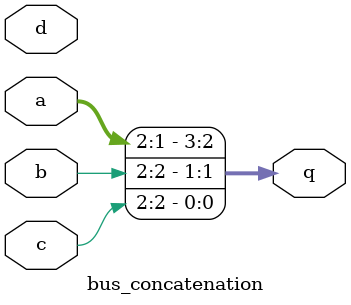
<source format=sv>
module bus_concatenation(
input logic [3:0] a,b,c,d,
output logic [3:0] q
);

// --- logic function implementation
assign q = {a[2],a[1],b[2],c[2]};

endmodule
</source>
